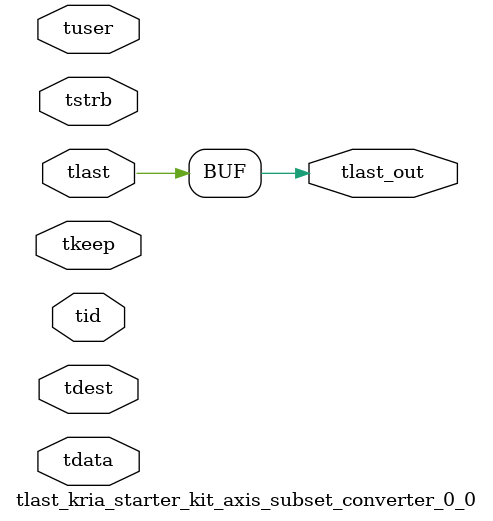
<source format=v>


`timescale 1ps/1ps

module tlast_kria_starter_kit_axis_subset_converter_0_0 #
(
parameter C_S_AXIS_TID_WIDTH   = 1,
parameter C_S_AXIS_TUSER_WIDTH = 0,
parameter C_S_AXIS_TDATA_WIDTH = 0,
parameter C_S_AXIS_TDEST_WIDTH = 0
)
(
input  [(C_S_AXIS_TID_WIDTH   == 0 ? 1 : C_S_AXIS_TID_WIDTH)-1:0       ] tid,
input  [(C_S_AXIS_TDATA_WIDTH == 0 ? 1 : C_S_AXIS_TDATA_WIDTH)-1:0     ] tdata,
input  [(C_S_AXIS_TUSER_WIDTH == 0 ? 1 : C_S_AXIS_TUSER_WIDTH)-1:0     ] tuser,
input  [(C_S_AXIS_TDEST_WIDTH == 0 ? 1 : C_S_AXIS_TDEST_WIDTH)-1:0     ] tdest,
input  [(C_S_AXIS_TDATA_WIDTH/8)-1:0 ] tkeep,
input  [(C_S_AXIS_TDATA_WIDTH/8)-1:0 ] tstrb,
input  [0:0]                                                             tlast,
output                                                                   tlast_out
);

assign tlast_out = {tlast};

endmodule


</source>
